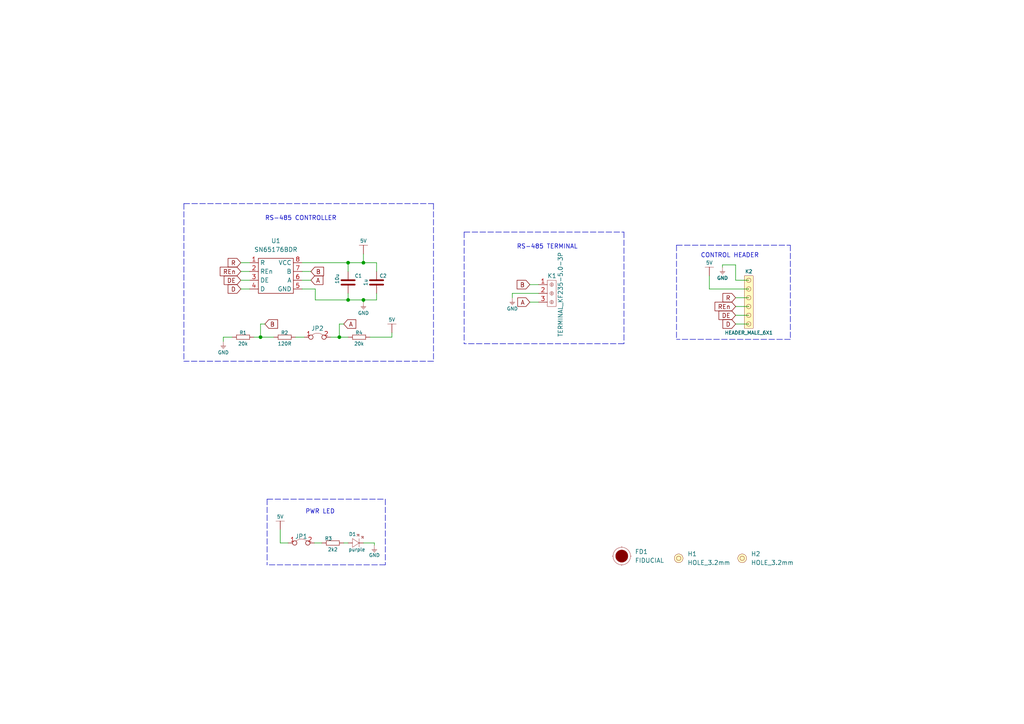
<source format=kicad_sch>
(kicad_sch (version 20211123) (generator eeschema)

  (uuid e3605678-b9d3-4e95-8d2b-456e9fa38f70)

  (paper "A4")

  (title_block
    (title "RS-485 breakout")
    (date "2021-07-28")
    (rev "V1.0.0.")
    (company "SOLDERED")
    (comment 1 "333068")
  )

  (lib_symbols
    (symbol "e-radionica.com schematics:0402LED" (pin_numbers hide) (pin_names (offset 0.254) hide) (in_bom yes) (on_board yes)
      (property "Reference" "D" (id 0) (at -0.635 2.54 0)
        (effects (font (size 1 1)))
      )
      (property "Value" "0402LED" (id 1) (at 0 -2.54 0)
        (effects (font (size 1 1)))
      )
      (property "Footprint" "e-radionica.com footprinti:0402LED" (id 2) (at 0 5.08 0)
        (effects (font (size 1 1)) hide)
      )
      (property "Datasheet" "" (id 3) (at 0 0 0)
        (effects (font (size 1 1)) hide)
      )
      (symbol "0402LED_0_1"
        (polyline
          (pts
            (xy -0.635 1.27)
            (xy 1.27 0)
          )
          (stroke (width 0.0006) (type default) (color 0 0 0 0))
          (fill (type none))
        )
        (polyline
          (pts
            (xy 0.635 1.905)
            (xy 1.27 2.54)
          )
          (stroke (width 0.0006) (type default) (color 0 0 0 0))
          (fill (type none))
        )
        (polyline
          (pts
            (xy 1.27 1.27)
            (xy 1.27 -1.27)
          )
          (stroke (width 0.0006) (type default) (color 0 0 0 0))
          (fill (type none))
        )
        (polyline
          (pts
            (xy 1.905 1.27)
            (xy 2.54 1.905)
          )
          (stroke (width 0.0006) (type default) (color 0 0 0 0))
          (fill (type none))
        )
        (polyline
          (pts
            (xy -0.635 1.27)
            (xy -0.635 -1.27)
            (xy 1.27 0)
          )
          (stroke (width 0.0006) (type default) (color 0 0 0 0))
          (fill (type none))
        )
        (polyline
          (pts
            (xy 1.27 2.54)
            (xy 0.635 2.54)
            (xy 1.27 1.905)
            (xy 1.27 2.54)
          )
          (stroke (width 0.0006) (type default) (color 0 0 0 0))
          (fill (type none))
        )
        (polyline
          (pts
            (xy 2.54 1.905)
            (xy 1.905 1.905)
            (xy 2.54 1.27)
            (xy 2.54 1.905)
          )
          (stroke (width 0.0006) (type default) (color 0 0 0 0))
          (fill (type none))
        )
      )
      (symbol "0402LED_1_1"
        (pin passive line (at -1.905 0 0) (length 1.27)
          (name "A" (effects (font (size 1.27 1.27))))
          (number "1" (effects (font (size 1.27 1.27))))
        )
        (pin passive line (at 2.54 0 180) (length 1.27)
          (name "K" (effects (font (size 1.27 1.27))))
          (number "2" (effects (font (size 1.27 1.27))))
        )
      )
    )
    (symbol "e-radionica.com schematics:0402R" (pin_numbers hide) (pin_names (offset 0.254)) (in_bom yes) (on_board yes)
      (property "Reference" "R" (id 0) (at -1.905 1.27 0)
        (effects (font (size 1 1)))
      )
      (property "Value" "0402R" (id 1) (at 0 -1.27 0)
        (effects (font (size 1 1)))
      )
      (property "Footprint" "e-radionica.com footprinti:0402R" (id 2) (at -2.54 1.905 0)
        (effects (font (size 1 1)) hide)
      )
      (property "Datasheet" "" (id 3) (at -2.54 1.905 0)
        (effects (font (size 1 1)) hide)
      )
      (symbol "0402R_0_1"
        (rectangle (start -1.905 -0.635) (end 1.905 -0.6604)
          (stroke (width 0.1) (type default) (color 0 0 0 0))
          (fill (type none))
        )
        (rectangle (start -1.905 0.635) (end -1.8796 -0.635)
          (stroke (width 0.1) (type default) (color 0 0 0 0))
          (fill (type none))
        )
        (rectangle (start -1.905 0.635) (end 1.905 0.6096)
          (stroke (width 0.1) (type default) (color 0 0 0 0))
          (fill (type none))
        )
        (rectangle (start 1.905 0.635) (end 1.9304 -0.635)
          (stroke (width 0.1) (type default) (color 0 0 0 0))
          (fill (type none))
        )
      )
      (symbol "0402R_1_1"
        (pin passive line (at -3.175 0 0) (length 1.27)
          (name "~" (effects (font (size 1.27 1.27))))
          (number "1" (effects (font (size 1.27 1.27))))
        )
        (pin passive line (at 3.175 0 180) (length 1.27)
          (name "~" (effects (font (size 1.27 1.27))))
          (number "2" (effects (font (size 1.27 1.27))))
        )
      )
    )
    (symbol "e-radionica.com schematics:0603C" (pin_numbers hide) (pin_names (offset 0.002)) (in_bom yes) (on_board yes)
      (property "Reference" "C" (id 0) (at -0.635 3.175 0)
        (effects (font (size 1 1)))
      )
      (property "Value" "0603C" (id 1) (at 0 -3.175 0)
        (effects (font (size 1 1)))
      )
      (property "Footprint" "e-radionica.com footprinti:0603C" (id 2) (at 0 0 0)
        (effects (font (size 1 1)) hide)
      )
      (property "Datasheet" "" (id 3) (at 0 0 0)
        (effects (font (size 1 1)) hide)
      )
      (symbol "0603C_0_1"
        (polyline
          (pts
            (xy -0.635 1.905)
            (xy -0.635 -1.905)
          )
          (stroke (width 0.5) (type default) (color 0 0 0 0))
          (fill (type none))
        )
        (polyline
          (pts
            (xy 0.635 1.905)
            (xy 0.635 -1.905)
          )
          (stroke (width 0.5) (type default) (color 0 0 0 0))
          (fill (type none))
        )
      )
      (symbol "0603C_1_1"
        (pin passive line (at -3.175 0 0) (length 2.54)
          (name "~" (effects (font (size 1.27 1.27))))
          (number "1" (effects (font (size 1.27 1.27))))
        )
        (pin passive line (at 3.175 0 180) (length 2.54)
          (name "~" (effects (font (size 1.27 1.27))))
          (number "2" (effects (font (size 1.27 1.27))))
        )
      )
    )
    (symbol "e-radionica.com schematics:0603R" (pin_numbers hide) (pin_names (offset 0.254)) (in_bom yes) (on_board yes)
      (property "Reference" "R" (id 0) (at -1.905 1.905 0)
        (effects (font (size 1 1)))
      )
      (property "Value" "0603R" (id 1) (at 0 -1.905 0)
        (effects (font (size 1 1)))
      )
      (property "Footprint" "e-radionica.com footprinti:0603R" (id 2) (at -0.635 1.905 0)
        (effects (font (size 1 1)) hide)
      )
      (property "Datasheet" "" (id 3) (at -0.635 1.905 0)
        (effects (font (size 1 1)) hide)
      )
      (symbol "0603R_0_1"
        (rectangle (start -1.905 -0.635) (end 1.905 -0.6604)
          (stroke (width 0.1) (type default) (color 0 0 0 0))
          (fill (type none))
        )
        (rectangle (start -1.905 0.635) (end -1.8796 -0.635)
          (stroke (width 0.1) (type default) (color 0 0 0 0))
          (fill (type none))
        )
        (rectangle (start -1.905 0.635) (end 1.905 0.6096)
          (stroke (width 0.1) (type default) (color 0 0 0 0))
          (fill (type none))
        )
        (rectangle (start 1.905 0.635) (end 1.9304 -0.635)
          (stroke (width 0.1) (type default) (color 0 0 0 0))
          (fill (type none))
        )
      )
      (symbol "0603R_1_1"
        (pin passive line (at -3.175 0 0) (length 1.27)
          (name "~" (effects (font (size 1.27 1.27))))
          (number "1" (effects (font (size 1.27 1.27))))
        )
        (pin passive line (at 3.175 0 180) (length 1.27)
          (name "~" (effects (font (size 1.27 1.27))))
          (number "2" (effects (font (size 1.27 1.27))))
        )
      )
    )
    (symbol "e-radionica.com schematics:1206C" (pin_numbers hide) (in_bom yes) (on_board yes)
      (property "Reference" "C" (id 0) (at -0.635 3.175 0)
        (effects (font (size 1 1)))
      )
      (property "Value" "1206C" (id 1) (at 0 -3.175 0)
        (effects (font (size 1 1)))
      )
      (property "Footprint" "e-radionica.com footprinti:1206C" (id 2) (at 0 0 0)
        (effects (font (size 1 1)) hide)
      )
      (property "Datasheet" "" (id 3) (at 0 0 0)
        (effects (font (size 1 1)) hide)
      )
      (symbol "1206C_0_1"
        (polyline
          (pts
            (xy -0.635 1.905)
            (xy -0.635 -1.905)
          )
          (stroke (width 0.5) (type default) (color 0 0 0 0))
          (fill (type none))
        )
        (polyline
          (pts
            (xy 0.635 1.905)
            (xy 0.635 -1.905)
          )
          (stroke (width 0.5) (type default) (color 0 0 0 0))
          (fill (type none))
        )
      )
      (symbol "1206C_1_1"
        (pin passive line (at -3.175 0 0) (length 2.54)
          (name "~" (effects (font (size 1.27 1.27))))
          (number "1" (effects (font (size 1.27 1.27))))
        )
        (pin passive line (at 3.175 0 180) (length 2.54)
          (name "~" (effects (font (size 1.27 1.27))))
          (number "2" (effects (font (size 1.27 1.27))))
        )
      )
    )
    (symbol "e-radionica.com schematics:5V" (power) (pin_names (offset 0)) (in_bom yes) (on_board yes)
      (property "Reference" "#PWR" (id 0) (at 4.445 0 0)
        (effects (font (size 1 1)) hide)
      )
      (property "Value" "5V" (id 1) (at 0 3.556 0)
        (effects (font (size 1 1)))
      )
      (property "Footprint" "" (id 2) (at 4.445 3.81 0)
        (effects (font (size 1 1)) hide)
      )
      (property "Datasheet" "" (id 3) (at 4.445 3.81 0)
        (effects (font (size 1 1)) hide)
      )
      (property "ki_keywords" "power-flag" (id 4) (at 0 0 0)
        (effects (font (size 1.27 1.27)) hide)
      )
      (property "ki_description" "Power symbol creates a global label with name \"5V\"" (id 5) (at 0 0 0)
        (effects (font (size 1.27 1.27)) hide)
      )
      (symbol "5V_0_1"
        (polyline
          (pts
            (xy -1.27 2.54)
            (xy 1.27 2.54)
          )
          (stroke (width 0.0006) (type default) (color 0 0 0 0))
          (fill (type none))
        )
        (polyline
          (pts
            (xy 0 0)
            (xy 0 2.54)
          )
          (stroke (width 0) (type default) (color 0 0 0 0))
          (fill (type none))
        )
      )
      (symbol "5V_1_1"
        (pin power_in line (at 0 0 90) (length 0) hide
          (name "5V" (effects (font (size 1.27 1.27))))
          (number "1" (effects (font (size 1.27 1.27))))
        )
      )
    )
    (symbol "e-radionica.com schematics:FIDUCIAL" (in_bom no) (on_board yes)
      (property "Reference" "FD" (id 0) (at 0 3.81 0)
        (effects (font (size 1.27 1.27)))
      )
      (property "Value" "FIDUCIAL" (id 1) (at 0 -3.81 0)
        (effects (font (size 1.27 1.27)))
      )
      (property "Footprint" "e-radionica.com footprinti:FIDUCIAL_23" (id 2) (at 0.254 -5.334 0)
        (effects (font (size 1.27 1.27)) hide)
      )
      (property "Datasheet" "" (id 3) (at 0 0 0)
        (effects (font (size 1.27 1.27)) hide)
      )
      (symbol "FIDUCIAL_0_1"
        (polyline
          (pts
            (xy -2.54 0)
            (xy -2.794 0)
          )
          (stroke (width 0.0006) (type default) (color 0 0 0 0))
          (fill (type none))
        )
        (polyline
          (pts
            (xy 0 -2.54)
            (xy 0 -2.794)
          )
          (stroke (width 0.0006) (type default) (color 0 0 0 0))
          (fill (type none))
        )
        (polyline
          (pts
            (xy 0 2.54)
            (xy 0 2.794)
          )
          (stroke (width 0.0006) (type default) (color 0 0 0 0))
          (fill (type none))
        )
        (polyline
          (pts
            (xy 2.54 0)
            (xy 2.794 0)
          )
          (stroke (width 0.0006) (type default) (color 0 0 0 0))
          (fill (type none))
        )
        (circle (center 0 0) (radius 1.7961)
          (stroke (width 0.001) (type default) (color 0 0 0 0))
          (fill (type outline))
        )
        (circle (center 0 0) (radius 2.54)
          (stroke (width 0.0006) (type default) (color 0 0 0 0))
          (fill (type none))
        )
      )
    )
    (symbol "e-radionica.com schematics:GND" (power) (pin_names (offset 0)) (in_bom yes) (on_board yes)
      (property "Reference" "#PWR" (id 0) (at 4.445 0 0)
        (effects (font (size 1 1)) hide)
      )
      (property "Value" "GND" (id 1) (at 0 -2.921 0)
        (effects (font (size 1 1)))
      )
      (property "Footprint" "" (id 2) (at 4.445 3.81 0)
        (effects (font (size 1 1)) hide)
      )
      (property "Datasheet" "" (id 3) (at 4.445 3.81 0)
        (effects (font (size 1 1)) hide)
      )
      (property "ki_keywords" "power-flag" (id 4) (at 0 0 0)
        (effects (font (size 1.27 1.27)) hide)
      )
      (property "ki_description" "Power symbol creates a global label with name \"GND\"" (id 5) (at 0 0 0)
        (effects (font (size 1.27 1.27)) hide)
      )
      (symbol "GND_0_1"
        (polyline
          (pts
            (xy -0.762 -1.27)
            (xy 0.762 -1.27)
          )
          (stroke (width 0.0006) (type default) (color 0 0 0 0))
          (fill (type none))
        )
        (polyline
          (pts
            (xy -0.635 -1.524)
            (xy 0.635 -1.524)
          )
          (stroke (width 0.0006) (type default) (color 0 0 0 0))
          (fill (type none))
        )
        (polyline
          (pts
            (xy -0.381 -1.778)
            (xy 0.381 -1.778)
          )
          (stroke (width 0.0006) (type default) (color 0 0 0 0))
          (fill (type none))
        )
        (polyline
          (pts
            (xy -0.127 -2.032)
            (xy 0.127 -2.032)
          )
          (stroke (width 0.0006) (type default) (color 0 0 0 0))
          (fill (type none))
        )
        (polyline
          (pts
            (xy 0 0)
            (xy 0 -1.27)
          )
          (stroke (width 0.0006) (type default) (color 0 0 0 0))
          (fill (type none))
        )
      )
      (symbol "GND_1_1"
        (pin power_in line (at 0 0 270) (length 0) hide
          (name "GND" (effects (font (size 1.27 1.27))))
          (number "1" (effects (font (size 1.27 1.27))))
        )
      )
    )
    (symbol "e-radionica.com schematics:GND_3" (power) (pin_names (offset 0)) (in_bom yes) (on_board yes)
      (property "Reference" "#PWR" (id 0) (at 4.445 0 0)
        (effects (font (size 1 1)) hide)
      )
      (property "Value" "GND" (id 1) (at 0 -2.921 0)
        (effects (font (size 1 1)))
      )
      (property "Footprint" "" (id 2) (at 4.445 3.81 0)
        (effects (font (size 1 1)) hide)
      )
      (property "Datasheet" "" (id 3) (at 4.445 3.81 0)
        (effects (font (size 1 1)) hide)
      )
      (property "ki_keywords" "power-flag" (id 4) (at 0 0 0)
        (effects (font (size 1.27 1.27)) hide)
      )
      (property "ki_description" "Power symbol creates a global label with name \"+3V3\"" (id 5) (at 0 0 0)
        (effects (font (size 1.27 1.27)) hide)
      )
      (symbol "GND_3_0_1"
        (polyline
          (pts
            (xy -0.762 -1.27)
            (xy 0.762 -1.27)
          )
          (stroke (width 0.0006) (type default) (color 0 0 0 0))
          (fill (type none))
        )
        (polyline
          (pts
            (xy -0.635 -1.524)
            (xy 0.635 -1.524)
          )
          (stroke (width 0.0006) (type default) (color 0 0 0 0))
          (fill (type none))
        )
        (polyline
          (pts
            (xy -0.381 -1.778)
            (xy 0.381 -1.778)
          )
          (stroke (width 0.0006) (type default) (color 0 0 0 0))
          (fill (type none))
        )
        (polyline
          (pts
            (xy -0.127 -2.032)
            (xy 0.127 -2.032)
          )
          (stroke (width 0.0006) (type default) (color 0 0 0 0))
          (fill (type none))
        )
        (polyline
          (pts
            (xy 0 0)
            (xy 0 -1.27)
          )
          (stroke (width 0.0006) (type default) (color 0 0 0 0))
          (fill (type none))
        )
      )
      (symbol "GND_3_1_1"
        (pin power_in line (at 0 0 270) (length 0) hide
          (name "GND" (effects (font (size 1.27 1.27))))
          (number "1" (effects (font (size 1.27 1.27))))
        )
      )
    )
    (symbol "e-radionica.com schematics:HEADER_MALE_6X1" (pin_numbers hide) (pin_names hide) (in_bom yes) (on_board yes)
      (property "Reference" "K" (id 0) (at -0.635 10.16 0)
        (effects (font (size 1 1)))
      )
      (property "Value" "HEADER_MALE_6X1" (id 1) (at 1.27 -7.62 0)
        (effects (font (size 1 1)))
      )
      (property "Footprint" "e-radionica.com footprinti:HEADER_MALE_6X1" (id 2) (at 0 0 0)
        (effects (font (size 1 1)) hide)
      )
      (property "Datasheet" "" (id 3) (at 0 0 0)
        (effects (font (size 1 1)) hide)
      )
      (symbol "HEADER_MALE_6X1_0_1"
        (circle (center 0 -5.08) (radius 0.635)
          (stroke (width 0.0006) (type default) (color 0 0 0 0))
          (fill (type none))
        )
        (circle (center 0 -2.54) (radius 0.635)
          (stroke (width 0.0006) (type default) (color 0 0 0 0))
          (fill (type none))
        )
        (circle (center 0 0) (radius 0.635)
          (stroke (width 0.0006) (type default) (color 0 0 0 0))
          (fill (type none))
        )
        (circle (center 0 2.54) (radius 0.635)
          (stroke (width 0.0006) (type default) (color 0 0 0 0))
          (fill (type none))
        )
        (circle (center 0 5.08) (radius 0.635)
          (stroke (width 0.0006) (type default) (color 0 0 0 0))
          (fill (type none))
        )
        (circle (center 0 7.62) (radius 0.635)
          (stroke (width 0.0006) (type default) (color 0 0 0 0))
          (fill (type none))
        )
        (rectangle (start 1.27 -6.35) (end -1.27 8.89)
          (stroke (width 0.001) (type default) (color 0 0 0 0))
          (fill (type background))
        )
      )
      (symbol "HEADER_MALE_6X1_1_1"
        (pin passive line (at 0 -5.08 180) (length 0)
          (name "~" (effects (font (size 0.991 0.991))))
          (number "1" (effects (font (size 0.991 0.991))))
        )
        (pin passive line (at 0 -2.54 180) (length 0)
          (name "~" (effects (font (size 0.991 0.991))))
          (number "2" (effects (font (size 0.991 0.991))))
        )
        (pin passive line (at 0 0 180) (length 0)
          (name "~" (effects (font (size 0.991 0.991))))
          (number "3" (effects (font (size 0.991 0.991))))
        )
        (pin passive line (at 0 2.54 180) (length 0)
          (name "~" (effects (font (size 0.991 0.991))))
          (number "4" (effects (font (size 0.991 0.991))))
        )
        (pin passive line (at 0 5.08 180) (length 0)
          (name "~" (effects (font (size 0.991 0.991))))
          (number "5" (effects (font (size 0.991 0.991))))
        )
        (pin passive line (at 0 7.62 180) (length 0)
          (name "~" (effects (font (size 0.991 0.991))))
          (number "6" (effects (font (size 0.991 0.991))))
        )
      )
    )
    (symbol "e-radionica.com schematics:HOLE_3.2mm" (pin_numbers hide) (pin_names hide) (in_bom yes) (on_board yes)
      (property "Reference" "H" (id 0) (at 0 2.54 0)
        (effects (font (size 1.27 1.27)))
      )
      (property "Value" "HOLE_3.2mm" (id 1) (at 0 -2.54 0)
        (effects (font (size 1.27 1.27)))
      )
      (property "Footprint" "e-radionica.com footprinti:HOLE_3.2mm" (id 2) (at 0 0 0)
        (effects (font (size 1.27 1.27)) hide)
      )
      (property "Datasheet" "" (id 3) (at 0 0 0)
        (effects (font (size 1.27 1.27)) hide)
      )
      (symbol "HOLE_3.2mm_0_1"
        (circle (center 0 0) (radius 0.635)
          (stroke (width 0.0006) (type default) (color 0 0 0 0))
          (fill (type none))
        )
        (circle (center 0 0) (radius 1.27)
          (stroke (width 0.001) (type default) (color 0 0 0 0))
          (fill (type background))
        )
      )
    )
    (symbol "e-radionica.com schematics:SMD-JUMPER-CONNECTED" (in_bom yes) (on_board yes)
      (property "Reference" "JP" (id 0) (at 0 3.556 0)
        (effects (font (size 1.27 1.27)))
      )
      (property "Value" "SMD-JUMPER-CONNECTED" (id 1) (at 0 -2.54 0)
        (effects (font (size 1.27 1.27)))
      )
      (property "Footprint" "e-radionica.com footprinti:SMD_JUMPER_CONNECTED" (id 2) (at 0 0 0)
        (effects (font (size 1.27 1.27)) hide)
      )
      (property "Datasheet" "" (id 3) (at 0 0 0)
        (effects (font (size 1.27 1.27)) hide)
      )
      (symbol "SMD-JUMPER-CONNECTED_0_1"
        (arc (start 1.5845 0.5996) (mid -0.0202 1.1519) (end -1.6159 0.5742)
          (stroke (width 0.0006) (type default) (color 0 0 0 0))
          (fill (type none))
        )
      )
      (symbol "SMD-JUMPER-CONNECTED_1_1"
        (pin passive inverted (at -3.81 0 0) (length 2.54)
          (name "" (effects (font (size 1.27 1.27))))
          (number "1" (effects (font (size 1.27 1.27))))
        )
        (pin passive inverted (at 3.81 0 180) (length 2.54)
          (name "" (effects (font (size 1.27 1.27))))
          (number "2" (effects (font (size 1.27 1.27))))
        )
      )
    )
    (symbol "e-radionica.com schematics:SMD-JUMPER-CONNECTED_TRACE_SLODERMASK" (in_bom yes) (on_board yes)
      (property "Reference" "JP" (id 0) (at 0 3.556 0)
        (effects (font (size 1.27 1.27)))
      )
      (property "Value" "SMD-JUMPER-CONNECTED_TRACE_SLODERMASK" (id 1) (at 0 -2.54 0)
        (effects (font (size 1.27 1.27)))
      )
      (property "Footprint" "e-radionica.com footprinti:SMD-JUMPER-CONNECTED_TRACE_SLODERMASK" (id 2) (at 0 -5.715 0)
        (effects (font (size 1.27 1.27)) hide)
      )
      (property "Datasheet" "" (id 3) (at 0 0 0)
        (effects (font (size 1.27 1.27)) hide)
      )
      (symbol "SMD-JUMPER-CONNECTED_TRACE_SLODERMASK_0_1"
        (arc (start 1.397 0.5842) (mid -0.2077 1.1365) (end -1.8034 0.5588)
          (stroke (width 0.0006) (type default) (color 0 0 0 0))
          (fill (type none))
        )
      )
      (symbol "SMD-JUMPER-CONNECTED_TRACE_SLODERMASK_1_1"
        (pin passive inverted (at -4.064 0 0) (length 2.54)
          (name "" (effects (font (size 1.27 1.27))))
          (number "1" (effects (font (size 1.27 1.27))))
        )
        (pin passive inverted (at 3.556 0 180) (length 2.54)
          (name "" (effects (font (size 1.27 1.27))))
          (number "2" (effects (font (size 1.27 1.27))))
        )
      )
    )
    (symbol "e-radionica.com schematics:SN65176BDR" (in_bom yes) (on_board yes)
      (property "Reference" "U" (id 0) (at 0 6.35 0)
        (effects (font (size 1.27 1.27)))
      )
      (property "Value" "SN65176BDR" (id 1) (at 0 -6.35 0)
        (effects (font (size 1.27 1.27)))
      )
      (property "Footprint" "e-radionica.com footprinti:SOIC-8-SWB" (id 2) (at 1.27 -8.89 0)
        (effects (font (size 1.27 1.27)) hide)
      )
      (property "Datasheet" "" (id 3) (at 0 0 0)
        (effects (font (size 1.27 1.27)) hide)
      )
      (symbol "SN65176BDR_0_1"
        (rectangle (start -5.08 5.08) (end 5.08 -5.08)
          (stroke (width 0.1524) (type default) (color 0 0 0 0))
          (fill (type none))
        )
      )
      (symbol "SN65176BDR_1_1"
        (pin output line (at -7.62 3.81 0) (length 2.54)
          (name "R" (effects (font (size 1.27 1.27))))
          (number "1" (effects (font (size 1.27 1.27))))
        )
        (pin input line (at -7.62 1.27 0) (length 2.54)
          (name "REn" (effects (font (size 1.27 1.27))))
          (number "2" (effects (font (size 1.27 1.27))))
        )
        (pin input line (at -7.62 -1.27 0) (length 2.54)
          (name "DE" (effects (font (size 1.27 1.27))))
          (number "3" (effects (font (size 1.27 1.27))))
        )
        (pin input line (at -7.62 -3.81 0) (length 2.54)
          (name "D" (effects (font (size 1.27 1.27))))
          (number "4" (effects (font (size 1.27 1.27))))
        )
        (pin power_out line (at 7.62 -3.81 180) (length 2.54)
          (name "GND" (effects (font (size 1.27 1.27))))
          (number "5" (effects (font (size 1.27 1.27))))
        )
        (pin bidirectional line (at 7.62 -1.27 180) (length 2.54)
          (name "A" (effects (font (size 1.27 1.27))))
          (number "6" (effects (font (size 1.27 1.27))))
        )
        (pin bidirectional line (at 7.62 1.27 180) (length 2.54)
          (name "B" (effects (font (size 1.27 1.27))))
          (number "7" (effects (font (size 1.27 1.27))))
        )
        (pin power_in line (at 7.62 3.81 180) (length 2.54)
          (name "VCC" (effects (font (size 1.27 1.27))))
          (number "8" (effects (font (size 1.27 1.27))))
        )
      )
    )
    (symbol "e-radionica.com schematics:TERMINAL_KF235-5.0-3P" (in_bom yes) (on_board yes)
      (property "Reference" "K" (id 0) (at 0 5.08 0)
        (effects (font (size 1.27 1.27)))
      )
      (property "Value" "TERMINAL_KF235-5.0-3P" (id 1) (at 0 -5.08 0)
        (effects (font (size 1.27 1.27)))
      )
      (property "Footprint" "e-radionica.com footprinti:TERMINAL_KF235-5.0-3P" (id 2) (at 0 -7.62 0)
        (effects (font (size 1.27 1.27)) hide)
      )
      (property "Datasheet" "" (id 3) (at 0 0 0)
        (effects (font (size 1.27 1.27)) hide)
      )
      (symbol "TERMINAL_KF235-5.0-3P_0_1"
        (rectangle (start -1.27 3.81) (end 1.27 -3.81)
          (stroke (width 0.0006) (type default) (color 0 0 0 0))
          (fill (type none))
        )
        (circle (center 0 -2.54) (radius 0.508)
          (stroke (width 0.0006) (type default) (color 0 0 0 0))
          (fill (type none))
        )
        (polyline
          (pts
            (xy -0.254 -2.54)
            (xy 0.254 -2.54)
          )
          (stroke (width 0.0006) (type default) (color 0 0 0 0))
          (fill (type none))
        )
        (polyline
          (pts
            (xy -0.254 0)
            (xy 0.254 0)
          )
          (stroke (width 0.0006) (type default) (color 0 0 0 0))
          (fill (type none))
        )
        (polyline
          (pts
            (xy -0.254 2.54)
            (xy 0.254 2.54)
          )
          (stroke (width 0.0006) (type default) (color 0 0 0 0))
          (fill (type none))
        )
        (polyline
          (pts
            (xy 0 -2.032)
            (xy 0 -3.048)
          )
          (stroke (width 0.0006) (type default) (color 0 0 0 0))
          (fill (type none))
        )
        (polyline
          (pts
            (xy 0 0.508)
            (xy 0 -0.508)
          )
          (stroke (width 0.0006) (type default) (color 0 0 0 0))
          (fill (type none))
        )
        (polyline
          (pts
            (xy 0 3.048)
            (xy 0 2.032)
          )
          (stroke (width 0.0006) (type default) (color 0 0 0 0))
          (fill (type none))
        )
        (circle (center 0 0) (radius 0.508)
          (stroke (width 0.0006) (type default) (color 0 0 0 0))
          (fill (type none))
        )
        (circle (center 0 2.54) (radius 0.508)
          (stroke (width 0.0006) (type default) (color 0 0 0 0))
          (fill (type none))
        )
      )
      (symbol "TERMINAL_KF235-5.0-3P_1_1"
        (pin input line (at -3.81 2.54 0) (length 2.54)
          (name "~" (effects (font (size 1.27 1.27))))
          (number "1" (effects (font (size 1.27 1.27))))
        )
        (pin input line (at -3.81 0 0) (length 2.54)
          (name "~" (effects (font (size 1.27 1.27))))
          (number "2" (effects (font (size 1.27 1.27))))
        )
        (pin input line (at -3.81 -2.54 0) (length 2.54)
          (name "~" (effects (font (size 1.27 1.27))))
          (number "3" (effects (font (size 1.27 1.27))))
        )
      )
    )
  )

  (junction (at 105.41 76.2) (diameter 0.9144) (color 0 0 0 0)
    (uuid 182b2d54-931d-49d6-9f39-60a752623e36)
  )
  (junction (at 105.41 86.995) (diameter 0.9144) (color 0 0 0 0)
    (uuid 5114c7bf-b955-49f3-a0a8-4b954c81bde0)
  )
  (junction (at 100.965 76.2) (diameter 0.9144) (color 0 0 0 0)
    (uuid a17904b9-135e-4dae-ae20-401c7787de72)
  )
  (junction (at 98.425 97.79) (diameter 0.9144) (color 0 0 0 0)
    (uuid cdfb07af-801b-44ba-8c30-d021a6ad3039)
  )
  (junction (at 75.565 97.79) (diameter 0.9144) (color 0 0 0 0)
    (uuid e6b860cc-cb76-4220-acfb-68f1eb348bfa)
  )
  (junction (at 100.965 86.995) (diameter 0.9144) (color 0 0 0 0)
    (uuid f202141e-c20d-4cac-b016-06a44f2ecce8)
  )

  (wire (pts (xy 148.59 85.09) (xy 148.59 86.36))
    (stroke (width 0) (type solid) (color 0 0 0 0))
    (uuid 03874d88-3ca6-46bb-99fa-f53de765b209)
  )
  (wire (pts (xy 156.21 85.09) (xy 148.59 85.09))
    (stroke (width 0) (type solid) (color 0 0 0 0))
    (uuid 03874d88-3ca6-46bb-99fa-f53de765b20a)
  )
  (wire (pts (xy 83.566 157.48) (xy 81.28 157.48))
    (stroke (width 0) (type solid) (color 0 0 0 0))
    (uuid 0d58fe05-9f52-4cfc-a999-f8a40c56e56c)
  )
  (wire (pts (xy 87.63 78.74) (xy 90.17 78.74))
    (stroke (width 0) (type solid) (color 0 0 0 0))
    (uuid 0ee5d110-481a-43a1-81a8-abcefe0a7cd6)
  )
  (wire (pts (xy 217.17 83.82) (xy 205.74 83.82))
    (stroke (width 0) (type solid) (color 0 0 0 0))
    (uuid 116c9d23-ce0a-4de7-aba2-f616b5c4a258)
  )
  (wire (pts (xy 209.55 77.47) (xy 209.55 76.835))
    (stroke (width 0) (type solid) (color 0 0 0 0))
    (uuid 122a6f96-ffc3-4e19-b85a-cdde284c4b12)
  )
  (wire (pts (xy 87.63 83.82) (xy 91.44 83.82))
    (stroke (width 0) (type solid) (color 0 0 0 0))
    (uuid 17b84e93-b17b-4bd8-9aa6-bc3b134b9456)
  )
  (wire (pts (xy 91.44 83.82) (xy 91.44 86.995))
    (stroke (width 0) (type solid) (color 0 0 0 0))
    (uuid 17b84e93-b17b-4bd8-9aa6-bc3b134b9457)
  )
  (wire (pts (xy 91.44 86.995) (xy 100.965 86.995))
    (stroke (width 0) (type solid) (color 0 0 0 0))
    (uuid 17b84e93-b17b-4bd8-9aa6-bc3b134b9458)
  )
  (polyline (pts (xy 125.73 59.055) (xy 125.73 104.775))
    (stroke (width 0) (type dash) (color 0 0 0 0))
    (uuid 209aa87f-5cc9-4543-9b93-9039bcbd03fd)
  )

  (wire (pts (xy 213.36 88.9) (xy 217.17 88.9))
    (stroke (width 0) (type solid) (color 0 0 0 0))
    (uuid 27017647-5059-45c4-ac98-8f9963255271)
  )
  (wire (pts (xy 153.67 87.63) (xy 156.21 87.63))
    (stroke (width 0) (type solid) (color 0 0 0 0))
    (uuid 29f62b24-0c52-46ff-9bb6-283214c575b4)
  )
  (wire (pts (xy 69.85 83.82) (xy 72.39 83.82))
    (stroke (width 0) (type solid) (color 0 0 0 0))
    (uuid 2abd1a73-0c50-44eb-aa1b-c20afb0d508e)
  )
  (wire (pts (xy 69.85 76.2) (xy 72.39 76.2))
    (stroke (width 0) (type solid) (color 0 0 0 0))
    (uuid 314a0fca-da90-4dc4-ab7c-c0e97f632ba5)
  )
  (polyline (pts (xy 111.76 144.78) (xy 111.76 163.83))
    (stroke (width 0) (type dash) (color 0 0 0 0))
    (uuid 34efc4d2-41d5-4483-a8f8-95c46fb9b5ab)
  )
  (polyline (pts (xy 134.62 67.31) (xy 134.62 99.695))
    (stroke (width 0) (type dash) (color 0 0 0 0))
    (uuid 376c9978-2d87-4833-8139-4b1944a0a6b1)
  )

  (wire (pts (xy 69.85 78.74) (xy 72.39 78.74))
    (stroke (width 0) (type solid) (color 0 0 0 0))
    (uuid 48104aa9-773d-4276-bc64-f5cc3a9ff0b6)
  )
  (polyline (pts (xy 180.975 67.31) (xy 180.975 99.695))
    (stroke (width 0) (type dash) (color 0 0 0 0))
    (uuid 4bf40c9b-af2b-4b01-a909-23546eb1548e)
  )

  (wire (pts (xy 85.725 97.79) (xy 88.265 97.79))
    (stroke (width 0) (type solid) (color 0 0 0 0))
    (uuid 4c0f024d-834d-4bd7-bbd0-29f6044a5589)
  )
  (wire (pts (xy 98.425 93.98) (xy 98.425 97.79))
    (stroke (width 0) (type solid) (color 0 0 0 0))
    (uuid 4f90764c-e4e7-4b63-8b8d-bb533088cb18)
  )
  (wire (pts (xy 99.695 93.98) (xy 98.425 93.98))
    (stroke (width 0) (type solid) (color 0 0 0 0))
    (uuid 4f90764c-e4e7-4b63-8b8d-bb533088cb19)
  )
  (wire (pts (xy 109.22 78.74) (xy 109.22 76.2))
    (stroke (width 0) (type solid) (color 0 0 0 0))
    (uuid 52385976-cb5c-4856-b76e-ba408f0e1a79)
  )
  (polyline (pts (xy 134.62 67.31) (xy 180.975 67.31))
    (stroke (width 0) (type dash) (color 0 0 0 0))
    (uuid 558c2230-44c1-46bb-bc6f-1b2ee3e51f10)
  )

  (wire (pts (xy 213.36 81.28) (xy 217.17 81.28))
    (stroke (width 0) (type solid) (color 0 0 0 0))
    (uuid 5b55bf9f-b01f-4bb4-bdba-88471430214d)
  )
  (wire (pts (xy 75.565 93.98) (xy 75.565 97.79))
    (stroke (width 0) (type solid) (color 0 0 0 0))
    (uuid 5d2825ac-b51e-4e5f-b812-ee37cf0f0154)
  )
  (wire (pts (xy 76.835 93.98) (xy 75.565 93.98))
    (stroke (width 0) (type solid) (color 0 0 0 0))
    (uuid 5d2825ac-b51e-4e5f-b812-ee37cf0f0155)
  )
  (polyline (pts (xy 111.76 163.83) (xy 77.47 163.83))
    (stroke (width 0) (type dash) (color 0 0 0 0))
    (uuid 621ce6b4-7160-4f60-801b-9f39e3988515)
  )

  (wire (pts (xy 209.55 76.835) (xy 213.36 76.835))
    (stroke (width 0) (type solid) (color 0 0 0 0))
    (uuid 6502dd90-c6eb-49bc-b055-94d8eea5d4ed)
  )
  (wire (pts (xy 87.63 81.28) (xy 90.17 81.28))
    (stroke (width 0) (type solid) (color 0 0 0 0))
    (uuid 65224b03-5f35-40dd-acf1-709534b26e89)
  )
  (polyline (pts (xy 229.235 71.12) (xy 229.235 98.425))
    (stroke (width 0) (type dash) (color 0 0 0 0))
    (uuid 72ef3f52-a3da-44b5-89c6-753b4b1036c3)
  )
  (polyline (pts (xy 180.975 99.695) (xy 134.62 99.695))
    (stroke (width 0) (type dash) (color 0 0 0 0))
    (uuid 7721d192-4b46-4daa-8528-355531b4e1cd)
  )
  (polyline (pts (xy 77.47 144.78) (xy 111.76 144.78))
    (stroke (width 0) (type dash) (color 0 0 0 0))
    (uuid 7897a252-97e9-4f38-815d-b4c29d0848a5)
  )

  (wire (pts (xy 213.36 93.98) (xy 217.17 93.98))
    (stroke (width 0) (type solid) (color 0 0 0 0))
    (uuid 7907c124-f8c9-4404-a50c-39de4cee7663)
  )
  (wire (pts (xy 91.186 157.48) (xy 93.345 157.48))
    (stroke (width 0) (type solid) (color 0 0 0 0))
    (uuid 83da454e-aae2-4691-9ac3-8a111b62934f)
  )
  (wire (pts (xy 105.41 157.48) (xy 108.585 157.48))
    (stroke (width 0) (type solid) (color 0 0 0 0))
    (uuid 88764109-5ef5-4ead-9429-2bd78946c225)
  )
  (wire (pts (xy 205.74 83.82) (xy 205.74 80.01))
    (stroke (width 0) (type solid) (color 0 0 0 0))
    (uuid 888689fb-8836-4ce2-8dd5-861d5ff87b3a)
  )
  (wire (pts (xy 73.66 97.79) (xy 75.565 97.79))
    (stroke (width 0) (type solid) (color 0 0 0 0))
    (uuid 8e691be9-a912-4408-980a-24118b0c0eb5)
  )
  (polyline (pts (xy 229.235 98.425) (xy 196.215 98.425))
    (stroke (width 0) (type dash) (color 0 0 0 0))
    (uuid 94d9389e-4dfa-45f1-a532-71c1a1aeffc1)
  )

  (wire (pts (xy 100.965 76.2) (xy 100.965 78.74))
    (stroke (width 0) (type solid) (color 0 0 0 0))
    (uuid a179c884-e209-4dd1-9978-2c0880917cb8)
  )
  (polyline (pts (xy 125.73 104.775) (xy 53.34 104.775))
    (stroke (width 0) (type dash) (color 0 0 0 0))
    (uuid a3c1442e-2cf2-4063-923b-a56b2e24f234)
  )

  (wire (pts (xy 64.77 97.79) (xy 64.77 99.06))
    (stroke (width 0) (type solid) (color 0 0 0 0))
    (uuid a527652b-aa7c-4532-bf26-92376c0e1b2c)
  )
  (wire (pts (xy 67.31 97.79) (xy 64.77 97.79))
    (stroke (width 0) (type solid) (color 0 0 0 0))
    (uuid a527652b-aa7c-4532-bf26-92376c0e1b2d)
  )
  (wire (pts (xy 153.67 82.55) (xy 156.21 82.55))
    (stroke (width 0) (type solid) (color 0 0 0 0))
    (uuid a66c937f-4467-4f64-8752-53d8b2da0389)
  )
  (wire (pts (xy 213.36 76.835) (xy 213.36 81.28))
    (stroke (width 0) (type solid) (color 0 0 0 0))
    (uuid afe717f4-ad94-4a42-9ce4-5b0217a865b0)
  )
  (wire (pts (xy 69.85 81.28) (xy 72.39 81.28))
    (stroke (width 0) (type solid) (color 0 0 0 0))
    (uuid be9ac76b-086b-4b0b-a5ea-5a0c0880e575)
  )
  (polyline (pts (xy 196.215 71.12) (xy 196.215 98.425))
    (stroke (width 0) (type dash) (color 0 0 0 0))
    (uuid c0057d09-f34f-4539-b980-9dca93714b77)
  )

  (wire (pts (xy 87.63 76.2) (xy 100.965 76.2))
    (stroke (width 0) (type solid) (color 0 0 0 0))
    (uuid c2031308-60cf-4e6c-a4a8-d58e9eee387e)
  )
  (wire (pts (xy 100.965 76.2) (xy 105.41 76.2))
    (stroke (width 0) (type solid) (color 0 0 0 0))
    (uuid c2031308-60cf-4e6c-a4a8-d58e9eee387f)
  )
  (wire (pts (xy 105.41 76.2) (xy 105.41 73.66))
    (stroke (width 0) (type solid) (color 0 0 0 0))
    (uuid c2031308-60cf-4e6c-a4a8-d58e9eee3880)
  )
  (wire (pts (xy 105.41 76.2) (xy 109.22 76.2))
    (stroke (width 0) (type solid) (color 0 0 0 0))
    (uuid c2031308-60cf-4e6c-a4a8-d58e9eee3881)
  )
  (polyline (pts (xy 53.34 59.055) (xy 125.73 59.055))
    (stroke (width 0) (type dash) (color 0 0 0 0))
    (uuid c72e8ac8-6497-45b2-9859-f701a454e8d0)
  )

  (wire (pts (xy 75.565 97.79) (xy 79.375 97.79))
    (stroke (width 0) (type solid) (color 0 0 0 0))
    (uuid c8104048-83aa-4ad9-aaa5-5381a6350083)
  )
  (wire (pts (xy 95.885 97.79) (xy 98.425 97.79))
    (stroke (width 0) (type solid) (color 0 0 0 0))
    (uuid ca17ec6c-6815-4498-a109-f6cbcc6708d4)
  )
  (wire (pts (xy 98.425 97.79) (xy 100.965 97.79))
    (stroke (width 0) (type solid) (color 0 0 0 0))
    (uuid ca17ec6c-6815-4498-a109-f6cbcc6708d5)
  )
  (wire (pts (xy 108.585 157.48) (xy 108.585 158.115))
    (stroke (width 0) (type solid) (color 0 0 0 0))
    (uuid cf269d41-e906-482f-be58-827a7abd4a0d)
  )
  (wire (pts (xy 81.28 157.48) (xy 81.28 153.67))
    (stroke (width 0) (type solid) (color 0 0 0 0))
    (uuid d4a1626f-2acd-4767-982e-d124e22c0906)
  )
  (wire (pts (xy 99.695 157.48) (xy 100.965 157.48))
    (stroke (width 0) (type solid) (color 0 0 0 0))
    (uuid d4ea5339-f0f3-408d-a59f-9cdfd6c204de)
  )
  (wire (pts (xy 213.36 91.44) (xy 217.17 91.44))
    (stroke (width 0) (type solid) (color 0 0 0 0))
    (uuid d6c7bfad-50ec-4f66-906d-339fcd88255d)
  )
  (polyline (pts (xy 77.47 144.78) (xy 77.47 163.83))
    (stroke (width 0) (type dash) (color 0 0 0 0))
    (uuid d9e0c882-6b13-4055-83d2-f68e8384bfc1)
  )
  (polyline (pts (xy 196.215 71.12) (xy 229.235 71.12))
    (stroke (width 0) (type dash) (color 0 0 0 0))
    (uuid dbe877f0-0ba5-42a4-a3b7-e0b369bc803b)
  )
  (polyline (pts (xy 53.34 59.055) (xy 53.34 104.775))
    (stroke (width 0) (type dash) (color 0 0 0 0))
    (uuid e34b26a7-133f-476c-87c6-0332942afa43)
  )

  (wire (pts (xy 107.315 97.79) (xy 113.665 97.79))
    (stroke (width 0) (type solid) (color 0 0 0 0))
    (uuid e5b480ed-51f4-4f45-90b3-6b4e2e8f1dbe)
  )
  (wire (pts (xy 113.665 97.79) (xy 113.665 96.52))
    (stroke (width 0) (type solid) (color 0 0 0 0))
    (uuid e5b480ed-51f4-4f45-90b3-6b4e2e8f1dbf)
  )
  (wire (pts (xy 100.965 86.995) (xy 100.965 85.09))
    (stroke (width 0) (type solid) (color 0 0 0 0))
    (uuid e7cac471-4aab-4f4e-a1d0-1399e603108d)
  )
  (wire (pts (xy 105.41 86.995) (xy 100.965 86.995))
    (stroke (width 0) (type solid) (color 0 0 0 0))
    (uuid e7cac471-4aab-4f4e-a1d0-1399e603108e)
  )
  (wire (pts (xy 105.41 87.63) (xy 105.41 86.995))
    (stroke (width 0) (type solid) (color 0 0 0 0))
    (uuid e7cac471-4aab-4f4e-a1d0-1399e603108f)
  )
  (wire (pts (xy 213.36 86.36) (xy 217.17 86.36))
    (stroke (width 0) (type solid) (color 0 0 0 0))
    (uuid f0fc583c-b67d-40a8-bc7f-d5237dd32843)
  )
  (wire (pts (xy 109.22 85.09) (xy 109.22 86.995))
    (stroke (width 0) (type solid) (color 0 0 0 0))
    (uuid fe6d983b-a941-4a4c-8b12-51c1fa118b71)
  )
  (wire (pts (xy 109.22 86.995) (xy 105.41 86.995))
    (stroke (width 0) (type solid) (color 0 0 0 0))
    (uuid fe6d983b-a941-4a4c-8b12-51c1fa118b72)
  )

  (text "PWR LED" (at 97.155 149.225 180)
    (effects (font (size 1.27 1.27)) (justify right bottom))
    (uuid 46a22821-9928-4dc9-871b-ba7d4bc7c1d6)
  )
  (text "CONTROL HEADER" (at 203.2 74.93 0)
    (effects (font (size 1.27 1.27)) (justify left bottom))
    (uuid 9fa3828c-6498-4f74-82f6-3eea0b741ff5)
  )
  (text "RS-485 TERMINAL" (at 149.86 72.39 0)
    (effects (font (size 1.27 1.27)) (justify left bottom))
    (uuid a6a1e081-dcb1-4d10-b4f1-97630f4401ae)
  )
  (text "RS-485 CONTROLLER" (at 76.835 64.135 0)
    (effects (font (size 1.27 1.27)) (justify left bottom))
    (uuid b83c3541-97ae-4469-84ff-b695c6fcad84)
  )

  (global_label "A" (shape input) (at 99.695 93.98 0) (fields_autoplaced)
    (effects (font (size 1.27 1.27)) (justify left))
    (uuid 223f036e-492c-411d-b11b-73de5a73cd3a)
    (property "Intersheet References" "${INTERSHEET_REFS}" (id 0) (at 103.1967 93.9006 0)
      (effects (font (size 1.27 1.27)) (justify left) hide)
    )
  )
  (global_label "A" (shape input) (at 90.17 81.28 0) (fields_autoplaced)
    (effects (font (size 1.27 1.27)) (justify left))
    (uuid 2c051d47-ec7f-4b23-9389-26b35bb76b6a)
    (property "Intersheet References" "${INTERSHEET_REFS}" (id 0) (at 93.6717 81.2006 0)
      (effects (font (size 1.27 1.27)) (justify left) hide)
    )
  )
  (global_label "R" (shape input) (at 69.85 76.2 180) (fields_autoplaced)
    (effects (font (size 1.27 1.27)) (justify right))
    (uuid 32131763-7933-45e5-8902-b482e1f7c62e)
    (property "Intersheet References" "${INTERSHEET_REFS}" (id 0) (at 66.1669 76.1206 0)
      (effects (font (size 1.27 1.27)) (justify right) hide)
    )
  )
  (global_label "D" (shape input) (at 69.85 83.82 180) (fields_autoplaced)
    (effects (font (size 1.27 1.27)) (justify right))
    (uuid 32e7394c-b5ee-437a-9886-99fcdcc44343)
    (property "Intersheet References" "${INTERSHEET_REFS}" (id 0) (at 66.1669 83.7406 0)
      (effects (font (size 1.27 1.27)) (justify right) hide)
    )
  )
  (global_label "A" (shape input) (at 153.67 87.63 180) (fields_autoplaced)
    (effects (font (size 1.27 1.27)) (justify right))
    (uuid 51e4734e-2ded-4675-bcfd-199c62d0267e)
    (property "Intersheet References" "${INTERSHEET_REFS}" (id 0) (at 150.1683 87.5506 0)
      (effects (font (size 1.27 1.27)) (justify right) hide)
    )
  )
  (global_label "REn" (shape input) (at 69.85 78.74 180) (fields_autoplaced)
    (effects (font (size 1.27 1.27)) (justify right))
    (uuid 88c81bb6-5fd4-4e5c-b3b4-465a1d4bc1ea)
    (property "Intersheet References" "${INTERSHEET_REFS}" (id 0) (at 63.8688 78.6606 0)
      (effects (font (size 1.27 1.27)) (justify right) hide)
    )
  )
  (global_label "D" (shape input) (at 213.36 93.98 180) (fields_autoplaced)
    (effects (font (size 1.27 1.27)) (justify right))
    (uuid 91dd2f2b-3343-4b7e-8325-b6cb260721ed)
    (property "Intersheet References" "${INTERSHEET_REFS}" (id 0) (at 209.6769 93.9006 0)
      (effects (font (size 1.27 1.27)) (justify right) hide)
    )
  )
  (global_label "DE" (shape input) (at 213.36 91.44 180) (fields_autoplaced)
    (effects (font (size 1.27 1.27)) (justify right))
    (uuid 9a555979-fc0e-42ca-b0bc-15021c01b0b6)
    (property "Intersheet References" "${INTERSHEET_REFS}" (id 0) (at 208.5279 91.3606 0)
      (effects (font (size 1.27 1.27)) (justify right) hide)
    )
  )
  (global_label "B" (shape input) (at 76.835 93.98 0) (fields_autoplaced)
    (effects (font (size 1.27 1.27)) (justify left))
    (uuid a201e6f5-0dce-4c2f-9d3d-025d89a09085)
    (property "Intersheet References" "${INTERSHEET_REFS}" (id 0) (at 80.5181 93.9006 0)
      (effects (font (size 1.27 1.27)) (justify left) hide)
    )
  )
  (global_label "B" (shape input) (at 90.17 78.74 0) (fields_autoplaced)
    (effects (font (size 1.27 1.27)) (justify left))
    (uuid a447a5c9-2f28-4416-9456-d42361684842)
    (property "Intersheet References" "${INTERSHEET_REFS}" (id 0) (at 93.8531 78.6606 0)
      (effects (font (size 1.27 1.27)) (justify left) hide)
    )
  )
  (global_label "R" (shape input) (at 213.36 86.36 180) (fields_autoplaced)
    (effects (font (size 1.27 1.27)) (justify right))
    (uuid aa2e7628-08f1-4484-b921-75db7abe35ee)
    (property "Intersheet References" "${INTERSHEET_REFS}" (id 0) (at 209.6769 86.2806 0)
      (effects (font (size 1.27 1.27)) (justify right) hide)
    )
  )
  (global_label "B" (shape input) (at 153.67 82.55 180) (fields_autoplaced)
    (effects (font (size 1.27 1.27)) (justify right))
    (uuid b232a98e-cdc8-4e9d-a7d4-a7b15322d85d)
    (property "Intersheet References" "${INTERSHEET_REFS}" (id 0) (at 149.9869 82.4706 0)
      (effects (font (size 1.27 1.27)) (justify right) hide)
    )
  )
  (global_label "REn" (shape input) (at 213.36 88.9 180) (fields_autoplaced)
    (effects (font (size 1.27 1.27)) (justify right))
    (uuid b9f20294-83ea-40a3-8a84-72a0221f0cb0)
    (property "Intersheet References" "${INTERSHEET_REFS}" (id 0) (at 207.3788 88.8206 0)
      (effects (font (size 1.27 1.27)) (justify right) hide)
    )
  )
  (global_label "DE" (shape input) (at 69.85 81.28 180) (fields_autoplaced)
    (effects (font (size 1.27 1.27)) (justify right))
    (uuid f28fda5b-ed67-4b7d-ba88-3bd4387add91)
    (property "Intersheet References" "${INTERSHEET_REFS}" (id 0) (at 65.0179 81.2006 0)
      (effects (font (size 1.27 1.27)) (justify right) hide)
    )
  )

  (symbol (lib_id "e-radionica.com schematics:GND") (at 105.41 87.63 0) (unit 1)
    (in_bom yes) (on_board yes)
    (uuid 00b15cd9-959c-4e5d-9e46-bd7c1036f1a5)
    (property "Reference" "#PWR04" (id 0) (at 109.855 87.63 0)
      (effects (font (size 1 1)) hide)
    )
    (property "Value" "GND" (id 1) (at 105.41 90.805 0)
      (effects (font (size 1 1)))
    )
    (property "Footprint" "" (id 2) (at 109.855 83.82 0)
      (effects (font (size 1 1)) hide)
    )
    (property "Datasheet" "" (id 3) (at 109.855 83.82 0)
      (effects (font (size 1 1)) hide)
    )
    (pin "1" (uuid 618ed027-c207-480f-81a8-ca0c16e583b5))
  )

  (symbol (lib_id "e-radionica.com schematics:5V") (at 113.665 96.52 0) (unit 1)
    (in_bom yes) (on_board yes) (fields_autoplaced)
    (uuid 0ba740e3-c238-4b5d-8b32-316e38c9642d)
    (property "Reference" "#PWR06" (id 0) (at 118.11 96.52 0)
      (effects (font (size 1 1)) hide)
    )
    (property "Value" "5V" (id 1) (at 113.665 92.71 0)
      (effects (font (size 1 1)))
    )
    (property "Footprint" "" (id 2) (at 118.11 92.71 0)
      (effects (font (size 1 1)) hide)
    )
    (property "Datasheet" "" (id 3) (at 118.11 92.71 0)
      (effects (font (size 1 1)) hide)
    )
    (pin "1" (uuid 6658bb11-0925-4728-998d-189cb386f271))
  )

  (symbol (lib_id "e-radionica.com schematics:SMD-JUMPER-CONNECTED_TRACE_SLODERMASK") (at 87.63 157.48 0) (unit 1)
    (in_bom yes) (on_board yes)
    (uuid 143a62c9-3919-492b-9bd1-61d6c39d801a)
    (property "Reference" "JP1" (id 0) (at 87.376 155.575 0))
    (property "Value" "SMD-JUMPER-CONNECTED_TRACE_SLODERMASK" (id 1) (at 87.376 159.385 0)
      (effects (font (size 1.27 1.27)) hide)
    )
    (property "Footprint" "e-radionica.com footprinti:SMD-JUMPER-CONNECTED_TRACE_SLODERMASK" (id 2) (at 87.63 163.195 0)
      (effects (font (size 1.27 1.27)) hide)
    )
    (property "Datasheet" "" (id 3) (at 87.63 157.48 0)
      (effects (font (size 1.27 1.27)) hide)
    )
    (pin "1" (uuid 06ebb780-a9ad-48b9-9d08-33ed7bdf060f))
    (pin "2" (uuid c968b48d-8921-40e8-9efc-a3cfd90d2afc))
  )

  (symbol (lib_id "e-radionica.com schematics:HOLE_3.2mm") (at 215.265 161.925 0) (unit 1)
    (in_bom yes) (on_board yes) (fields_autoplaced)
    (uuid 42f3dced-54e8-4e68-beb6-6b9d776b4587)
    (property "Reference" "H2" (id 0) (at 217.805 160.6549 0)
      (effects (font (size 1.27 1.27)) (justify left))
    )
    (property "Value" "HOLE_3.2mm" (id 1) (at 217.805 163.1949 0)
      (effects (font (size 1.27 1.27)) (justify left))
    )
    (property "Footprint" "e-radionica.com footprinti:HOLE_3.2mm" (id 2) (at 215.265 161.925 0)
      (effects (font (size 1.27 1.27)) hide)
    )
    (property "Datasheet" "" (id 3) (at 215.265 161.925 0)
      (effects (font (size 1.27 1.27)) hide)
    )
  )

  (symbol (lib_id "e-radionica.com schematics:0402LED") (at 102.87 157.48 0) (unit 1)
    (in_bom yes) (on_board yes)
    (uuid 5d1f9150-84f7-4327-8dbe-9cd2896b120d)
    (property "Reference" "D1" (id 0) (at 102.235 154.94 0)
      (effects (font (size 1 1)))
    )
    (property "Value" "purple" (id 1) (at 103.505 159.385 0)
      (effects (font (size 1 1)))
    )
    (property "Footprint" "e-radionica.com footprinti:0402LED" (id 2) (at 102.87 152.4 0)
      (effects (font (size 1 1)) hide)
    )
    (property "Datasheet" "" (id 3) (at 102.87 157.48 0)
      (effects (font (size 1 1)) hide)
    )
    (pin "1" (uuid 47c18f2d-1066-4448-9e31-2ab3e3f38567))
    (pin "2" (uuid 0245845f-6e91-4c9f-9822-e4a3a610000c))
  )

  (symbol (lib_id "e-radionica.com schematics:SMD-JUMPER-CONNECTED") (at 92.075 97.79 0) (unit 1)
    (in_bom yes) (on_board yes)
    (uuid 60a86b40-3f31-4013-b4e5-c6be7dd3cbea)
    (property "Reference" "JP2" (id 0) (at 92.075 95.25 0))
    (property "Value" "SMD-JUMPER-CONNECTED" (id 1) (at 92.075 99.06 0)
      (effects (font (size 1.27 1.27)) hide)
    )
    (property "Footprint" "e-radionica.com footprinti:SMD_JUMPER_CONNECTED" (id 2) (at 92.075 97.79 0)
      (effects (font (size 1.27 1.27)) hide)
    )
    (property "Datasheet" "" (id 3) (at 92.075 97.79 0)
      (effects (font (size 1.27 1.27)) hide)
    )
    (pin "1" (uuid c580a268-b7b9-45f6-9922-57db7688e7f7))
    (pin "2" (uuid 6fc0f520-60c4-4241-9ef9-214eea216920))
  )

  (symbol (lib_name "e-radionica.com schematics:GND_3") (lib_id "e-radionica.com schematics:GND") (at 108.585 158.115 0) (unit 1)
    (in_bom yes) (on_board yes)
    (uuid 75de46a1-3747-4511-ac87-fd5cc62d187d)
    (property "Reference" "#PWR05" (id 0) (at 113.03 158.115 0)
      (effects (font (size 1 1)) hide)
    )
    (property "Value" "GND" (id 1) (at 108.585 161.036 0)
      (effects (font (size 1 1)))
    )
    (property "Footprint" "" (id 2) (at 113.03 154.305 0)
      (effects (font (size 1 1)) hide)
    )
    (property "Datasheet" "" (id 3) (at 113.03 154.305 0)
      (effects (font (size 1 1)) hide)
    )
    (pin "1" (uuid eefd8585-6fcc-4798-8c7d-6194cd57e7a6))
  )

  (symbol (lib_id "e-radionica.com schematics:0603R") (at 104.14 97.79 0) (unit 1)
    (in_bom yes) (on_board yes)
    (uuid 77d72bbc-bb45-4692-b732-02ad7950820c)
    (property "Reference" "R4" (id 0) (at 104.14 96.52 0)
      (effects (font (size 1 1)))
    )
    (property "Value" "20k" (id 1) (at 104.14 99.695 0)
      (effects (font (size 1 1)))
    )
    (property "Footprint" "e-radionica.com footprinti:0603R" (id 2) (at 103.505 95.885 0)
      (effects (font (size 1 1)) hide)
    )
    (property "Datasheet" "" (id 3) (at 103.505 95.885 0)
      (effects (font (size 1 1)) hide)
    )
    (pin "1" (uuid bb88d3e8-aac6-4d68-abd8-20f56e6f0caa))
    (pin "2" (uuid 8ca3778a-e627-48b1-9e09-8c55354b1f21))
  )

  (symbol (lib_id "e-radionica.com schematics:SN65176BDR") (at 80.01 80.01 0) (unit 1)
    (in_bom yes) (on_board yes) (fields_autoplaced)
    (uuid 799a2206-acb5-4c92-a995-a95138bfa6ab)
    (property "Reference" "U1" (id 0) (at 80.01 69.85 0))
    (property "Value" "SN65176BDR" (id 1) (at 80.01 72.39 0))
    (property "Footprint" "e-radionica.com footprinti:SOIC-8-SWB" (id 2) (at 81.28 88.9 0)
      (effects (font (size 1.27 1.27)) hide)
    )
    (property "Datasheet" "" (id 3) (at 80.01 80.01 0)
      (effects (font (size 1.27 1.27)) hide)
    )
    (pin "1" (uuid 0bd1a30c-3555-49a6-bc65-e1e582db6dc0))
    (pin "2" (uuid 17e6f31b-084a-4c91-a8d3-06e57ea8fa2d))
    (pin "3" (uuid c28c9d00-3e7a-4a33-a8d0-badbfd0832e2))
    (pin "4" (uuid aa3cb202-de8e-4e2e-ac6b-3cb0d9b16866))
    (pin "5" (uuid e80249bd-75f9-4535-bdc8-39d157d6368d))
    (pin "6" (uuid b170a4e1-4bed-4373-8b4d-0724b0f5b832))
    (pin "7" (uuid 28430954-f3cc-4f8c-86f5-2cfbbba6fd3f))
    (pin "8" (uuid f62dbda6-8f28-4a9c-bb82-6ae6926e21d6))
  )

  (symbol (lib_id "e-radionica.com schematics:GND") (at 64.77 99.06 0) (unit 1)
    (in_bom yes) (on_board yes)
    (uuid 81741cfb-8ba5-4498-adce-7f8ed410dd4e)
    (property "Reference" "#PWR01" (id 0) (at 69.215 99.06 0)
      (effects (font (size 1 1)) hide)
    )
    (property "Value" "GND" (id 1) (at 64.77 102.235 0)
      (effects (font (size 1 1)))
    )
    (property "Footprint" "" (id 2) (at 69.215 95.25 0)
      (effects (font (size 1 1)) hide)
    )
    (property "Datasheet" "" (id 3) (at 69.215 95.25 0)
      (effects (font (size 1 1)) hide)
    )
    (pin "1" (uuid 124f6241-d13e-40f5-9fad-dfca5e903147))
  )

  (symbol (lib_id "e-radionica.com schematics:0402R") (at 96.52 157.48 0) (unit 1)
    (in_bom yes) (on_board yes)
    (uuid 89f1b792-0f03-4ada-aaed-f49d0ba5994b)
    (property "Reference" "R3" (id 0) (at 95.25 156.21 0)
      (effects (font (size 1 1)))
    )
    (property "Value" "2k2" (id 1) (at 96.52 159.385 0)
      (effects (font (size 1 1)))
    )
    (property "Footprint" "e-radionica.com footprinti:0402R" (id 2) (at 93.98 155.575 0)
      (effects (font (size 1 1)) hide)
    )
    (property "Datasheet" "" (id 3) (at 93.98 155.575 0)
      (effects (font (size 1 1)) hide)
    )
    (pin "1" (uuid 89530032-f483-45e1-abf9-036a2a1381e0))
    (pin "2" (uuid 9ce51004-c7ac-493f-9a89-d0cf73c36d68))
  )

  (symbol (lib_id "e-radionica.com schematics:0603R") (at 82.55 97.79 0) (unit 1)
    (in_bom yes) (on_board yes)
    (uuid a37fb704-346d-4447-bd27-46fc9c65eaa5)
    (property "Reference" "R2" (id 0) (at 82.55 96.52 0)
      (effects (font (size 1 1)))
    )
    (property "Value" "120R" (id 1) (at 82.55 99.695 0)
      (effects (font (size 1 1)))
    )
    (property "Footprint" "e-radionica.com footprinti:0603R" (id 2) (at 81.915 95.885 0)
      (effects (font (size 1 1)) hide)
    )
    (property "Datasheet" "" (id 3) (at 81.915 95.885 0)
      (effects (font (size 1 1)) hide)
    )
    (pin "1" (uuid dd33e316-71bc-4dba-bc99-1220c49f1ae6))
    (pin "2" (uuid 332c0fdf-2750-4f41-a72b-144512d49d39))
  )

  (symbol (lib_id "e-radionica.com schematics:FIDUCIAL") (at 180.34 161.29 0) (unit 1)
    (in_bom no) (on_board yes) (fields_autoplaced)
    (uuid a3fb05f6-0226-4c2b-b7c1-dfa5635ad03e)
    (property "Reference" "FD1" (id 0) (at 184.15 160.0199 0)
      (effects (font (size 1.27 1.27)) (justify left))
    )
    (property "Value" "FIDUCIAL" (id 1) (at 184.15 162.5599 0)
      (effects (font (size 1.27 1.27)) (justify left))
    )
    (property "Footprint" "e-radionica.com footprinti:FIDUCIAL_23" (id 2) (at 180.594 166.624 0)
      (effects (font (size 1.27 1.27)) hide)
    )
    (property "Datasheet" "" (id 3) (at 180.34 161.29 0)
      (effects (font (size 1.27 1.27)) hide)
    )
  )

  (symbol (lib_id "e-radionica.com schematics:TERMINAL_KF235-5.0-3P") (at 160.02 85.09 0) (unit 1)
    (in_bom yes) (on_board yes)
    (uuid a4a2e829-fe5e-4762-9687-e403dba7b49a)
    (property "Reference" "K1" (id 0) (at 158.75 80.0099 0)
      (effects (font (size 1.27 1.27)) (justify left))
    )
    (property "Value" "TERMINAL_KF235-5.0-3P" (id 1) (at 162.56 97.7899 90)
      (effects (font (size 1.27 1.27)) (justify left))
    )
    (property "Footprint" "e-radionica.com footprinti:TERMINAL_KF235-5.0-3P" (id 2) (at 160.02 92.71 0)
      (effects (font (size 1.27 1.27)) hide)
    )
    (property "Datasheet" "" (id 3) (at 160.02 85.09 0)
      (effects (font (size 1.27 1.27)) hide)
    )
    (pin "1" (uuid 70997308-2de2-4882-b713-a26d639a7c23))
    (pin "2" (uuid 0aa8744b-3d0d-466d-b448-0373fc5216e3))
    (pin "3" (uuid 99c19aa3-121c-43eb-92ad-518f6c277082))
  )

  (symbol (lib_id "e-radionica.com schematics:GND") (at 209.55 77.47 0) (unit 1)
    (in_bom yes) (on_board yes)
    (uuid b5cf76c1-bdf6-41c9-9384-0727ac114a22)
    (property "Reference" "#PWR09" (id 0) (at 213.995 77.47 0)
      (effects (font (size 1 1)) hide)
    )
    (property "Value" "GND" (id 1) (at 209.55 80.645 0)
      (effects (font (size 1 1)))
    )
    (property "Footprint" "" (id 2) (at 213.995 73.66 0)
      (effects (font (size 1 1)) hide)
    )
    (property "Datasheet" "" (id 3) (at 213.995 73.66 0)
      (effects (font (size 1 1)) hide)
    )
    (pin "1" (uuid 11b858df-9ce4-429d-836a-0bce91eada0e))
  )

  (symbol (lib_id "e-radionica.com schematics:HEADER_MALE_6X1") (at 217.17 88.9 0) (unit 1)
    (in_bom yes) (on_board yes)
    (uuid bc5ffa9e-9803-4ee7-83b7-25b7d25d3d18)
    (property "Reference" "K2" (id 0) (at 217.17 78.74 0)
      (effects (font (size 1 1)))
    )
    (property "Value" "HEADER_MALE_6X1" (id 1) (at 217.17 96.52 0)
      (effects (font (size 1 1)))
    )
    (property "Footprint" "e-radionica.com footprinti:HEADER_MALE_6X1" (id 2) (at 217.17 88.9 0)
      (effects (font (size 1 1)) hide)
    )
    (property "Datasheet" "" (id 3) (at 217.17 88.9 0)
      (effects (font (size 1 1)) hide)
    )
    (pin "1" (uuid a0b5483c-0e0f-4250-a0e9-1c366b56a411))
    (pin "2" (uuid d0093c16-0227-4bbe-a2fe-f3c44e7b121c))
    (pin "3" (uuid 1106381a-f2ea-4d5c-8e21-965e52f5be49))
    (pin "4" (uuid 5e2d7de3-0e8a-43d6-ac9e-7b998d335cb4))
    (pin "5" (uuid 1f87fd99-636e-46f2-8795-afd2b7a2c3f7))
    (pin "6" (uuid 714093c9-ad8a-4ef7-ab0d-ee7d53649ea8))
  )

  (symbol (lib_id "e-radionica.com schematics:5V") (at 81.28 153.67 0) (unit 1)
    (in_bom yes) (on_board yes) (fields_autoplaced)
    (uuid d35d2ecd-8362-4541-8215-0ee172c32046)
    (property "Reference" "#PWR02" (id 0) (at 85.725 153.67 0)
      (effects (font (size 1 1)) hide)
    )
    (property "Value" "5V" (id 1) (at 81.28 149.86 0)
      (effects (font (size 1 1)))
    )
    (property "Footprint" "" (id 2) (at 85.725 149.86 0)
      (effects (font (size 1 1)) hide)
    )
    (property "Datasheet" "" (id 3) (at 85.725 149.86 0)
      (effects (font (size 1 1)) hide)
    )
    (pin "1" (uuid db1cebbd-565c-42fd-b8ed-0192716c3fc0))
  )

  (symbol (lib_id "e-radionica.com schematics:1206C") (at 100.965 81.915 90) (unit 1)
    (in_bom yes) (on_board yes)
    (uuid e2c4580f-0047-41fb-8169-74e9342bebc1)
    (property "Reference" "C1" (id 0) (at 102.87 80.01 90)
      (effects (font (size 1 1)) (justify right))
    )
    (property "Value" "10u" (id 1) (at 97.79 79.375 0)
      (effects (font (size 1 1)) (justify right))
    )
    (property "Footprint" "e-radionica.com footprinti:1206C" (id 2) (at 100.965 81.915 0)
      (effects (font (size 1 1)) hide)
    )
    (property "Datasheet" "" (id 3) (at 100.965 81.915 0)
      (effects (font (size 1 1)) hide)
    )
    (pin "1" (uuid 6794f83c-3f20-4d36-997f-a49ed87c0bd6))
    (pin "2" (uuid 803556de-27a2-4d06-a128-935ac90a2c1d))
  )

  (symbol (lib_id "e-radionica.com schematics:GND") (at 148.59 86.36 0) (unit 1)
    (in_bom yes) (on_board yes)
    (uuid e574e1da-0e30-4c41-9b3a-dd4d9e2e0aa3)
    (property "Reference" "#PWR07" (id 0) (at 153.035 86.36 0)
      (effects (font (size 1 1)) hide)
    )
    (property "Value" "GND" (id 1) (at 148.59 89.535 0)
      (effects (font (size 1 1)))
    )
    (property "Footprint" "" (id 2) (at 153.035 82.55 0)
      (effects (font (size 1 1)) hide)
    )
    (property "Datasheet" "" (id 3) (at 153.035 82.55 0)
      (effects (font (size 1 1)) hide)
    )
    (pin "1" (uuid 11e04ccd-88ec-46fe-9847-16387ebc504c))
  )

  (symbol (lib_id "e-radionica.com schematics:0603C") (at 109.22 81.915 90) (unit 1)
    (in_bom yes) (on_board yes)
    (uuid ed07cab7-c6a9-4b23-8a1c-1bbba15c122d)
    (property "Reference" "C2" (id 0) (at 111.125 80.01 90)
      (effects (font (size 1 1)))
    )
    (property "Value" "1u" (id 1) (at 106.045 81.915 0)
      (effects (font (size 1 1)))
    )
    (property "Footprint" "e-radionica.com footprinti:0603C" (id 2) (at 109.22 81.915 0)
      (effects (font (size 1 1)) hide)
    )
    (property "Datasheet" "" (id 3) (at 109.22 81.915 0)
      (effects (font (size 1 1)) hide)
    )
    (pin "1" (uuid 9988df76-40ca-4ee5-ab82-4bdaca7d1a31))
    (pin "2" (uuid fbe76d86-64da-4cd2-85e2-04c21a0afc1e))
  )

  (symbol (lib_id "e-radionica.com schematics:5V") (at 205.74 80.01 0) (unit 1)
    (in_bom yes) (on_board yes) (fields_autoplaced)
    (uuid ed8b8e5a-01f4-4fb4-9963-4f61576499e9)
    (property "Reference" "#PWR08" (id 0) (at 210.185 80.01 0)
      (effects (font (size 1 1)) hide)
    )
    (property "Value" "5V" (id 1) (at 205.74 76.2 0)
      (effects (font (size 1 1)))
    )
    (property "Footprint" "" (id 2) (at 210.185 76.2 0)
      (effects (font (size 1 1)) hide)
    )
    (property "Datasheet" "" (id 3) (at 210.185 76.2 0)
      (effects (font (size 1 1)) hide)
    )
    (pin "1" (uuid c8ddbcd9-744e-4a50-8558-d52469804a56))
  )

  (symbol (lib_id "e-radionica.com schematics:0603R") (at 70.485 97.79 0) (unit 1)
    (in_bom yes) (on_board yes)
    (uuid f23a00cd-9871-4d54-8fdc-3670ed6e756e)
    (property "Reference" "R1" (id 0) (at 70.485 96.52 0)
      (effects (font (size 1 1)))
    )
    (property "Value" "20k" (id 1) (at 70.485 99.695 0)
      (effects (font (size 1 1)))
    )
    (property "Footprint" "e-radionica.com footprinti:0603R" (id 2) (at 69.85 95.885 0)
      (effects (font (size 1 1)) hide)
    )
    (property "Datasheet" "" (id 3) (at 69.85 95.885 0)
      (effects (font (size 1 1)) hide)
    )
    (pin "1" (uuid 9cd84709-a2f2-4d56-8b7c-fd865aaba774))
    (pin "2" (uuid f370d634-ee22-420e-b6a6-b3c51cbce354))
  )

  (symbol (lib_id "e-radionica.com schematics:5V") (at 105.41 73.66 0) (unit 1)
    (in_bom yes) (on_board yes) (fields_autoplaced)
    (uuid f26326b9-8e21-4b1b-bc2f-540ec563a8c0)
    (property "Reference" "#PWR03" (id 0) (at 109.855 73.66 0)
      (effects (font (size 1 1)) hide)
    )
    (property "Value" "5V" (id 1) (at 105.41 69.85 0)
      (effects (font (size 1 1)))
    )
    (property "Footprint" "" (id 2) (at 109.855 69.85 0)
      (effects (font (size 1 1)) hide)
    )
    (property "Datasheet" "" (id 3) (at 109.855 69.85 0)
      (effects (font (size 1 1)) hide)
    )
    (pin "1" (uuid 58960d07-b558-4f6a-b9f1-aeef992dde02))
  )

  (symbol (lib_id "e-radionica.com schematics:HOLE_3.2mm") (at 196.85 161.925 0) (unit 1)
    (in_bom yes) (on_board yes) (fields_autoplaced)
    (uuid f50dde54-fee2-4c72-b22c-29e92e25729e)
    (property "Reference" "H1" (id 0) (at 199.39 160.6549 0)
      (effects (font (size 1.27 1.27)) (justify left))
    )
    (property "Value" "HOLE_3.2mm" (id 1) (at 199.39 163.1949 0)
      (effects (font (size 1.27 1.27)) (justify left))
    )
    (property "Footprint" "e-radionica.com footprinti:HOLE_3.2mm" (id 2) (at 196.85 161.925 0)
      (effects (font (size 1.27 1.27)) hide)
    )
    (property "Datasheet" "" (id 3) (at 196.85 161.925 0)
      (effects (font (size 1.27 1.27)) hide)
    )
  )

  (sheet_instances
    (path "/" (page "1"))
  )

  (symbol_instances
    (path "/81741cfb-8ba5-4498-adce-7f8ed410dd4e"
      (reference "#PWR01") (unit 1) (value "GND") (footprint "")
    )
    (path "/d35d2ecd-8362-4541-8215-0ee172c32046"
      (reference "#PWR02") (unit 1) (value "5V") (footprint "")
    )
    (path "/f26326b9-8e21-4b1b-bc2f-540ec563a8c0"
      (reference "#PWR03") (unit 1) (value "5V") (footprint "")
    )
    (path "/00b15cd9-959c-4e5d-9e46-bd7c1036f1a5"
      (reference "#PWR04") (unit 1) (value "GND") (footprint "")
    )
    (path "/75de46a1-3747-4511-ac87-fd5cc62d187d"
      (reference "#PWR05") (unit 1) (value "GND") (footprint "")
    )
    (path "/0ba740e3-c238-4b5d-8b32-316e38c9642d"
      (reference "#PWR06") (unit 1) (value "5V") (footprint "")
    )
    (path "/e574e1da-0e30-4c41-9b3a-dd4d9e2e0aa3"
      (reference "#PWR07") (unit 1) (value "GND") (footprint "")
    )
    (path "/ed8b8e5a-01f4-4fb4-9963-4f61576499e9"
      (reference "#PWR08") (unit 1) (value "5V") (footprint "")
    )
    (path "/b5cf76c1-bdf6-41c9-9384-0727ac114a22"
      (reference "#PWR09") (unit 1) (value "GND") (footprint "")
    )
    (path "/e2c4580f-0047-41fb-8169-74e9342bebc1"
      (reference "C1") (unit 1) (value "10u") (footprint "e-radionica.com footprinti:1206C")
    )
    (path "/ed07cab7-c6a9-4b23-8a1c-1bbba15c122d"
      (reference "C2") (unit 1) (value "1u") (footprint "e-radionica.com footprinti:0603C")
    )
    (path "/5d1f9150-84f7-4327-8dbe-9cd2896b120d"
      (reference "D1") (unit 1) (value "purple") (footprint "e-radionica.com footprinti:0402LED")
    )
    (path "/a3fb05f6-0226-4c2b-b7c1-dfa5635ad03e"
      (reference "FD1") (unit 1) (value "FIDUCIAL") (footprint "e-radionica.com footprinti:FIDUCIAL_23")
    )
    (path "/f50dde54-fee2-4c72-b22c-29e92e25729e"
      (reference "H1") (unit 1) (value "HOLE_3.2mm") (footprint "e-radionica.com footprinti:HOLE_3.2mm")
    )
    (path "/42f3dced-54e8-4e68-beb6-6b9d776b4587"
      (reference "H2") (unit 1) (value "HOLE_3.2mm") (footprint "e-radionica.com footprinti:HOLE_3.2mm")
    )
    (path "/143a62c9-3919-492b-9bd1-61d6c39d801a"
      (reference "JP1") (unit 1) (value "SMD-JUMPER-CONNECTED_TRACE_SLODERMASK") (footprint "e-radionica.com footprinti:SMD-JUMPER-CONNECTED_TRACE_SLODERMASK")
    )
    (path "/60a86b40-3f31-4013-b4e5-c6be7dd3cbea"
      (reference "JP2") (unit 1) (value "SMD-JUMPER-CONNECTED") (footprint "e-radionica.com footprinti:SMD_JUMPER_CONNECTED")
    )
    (path "/a4a2e829-fe5e-4762-9687-e403dba7b49a"
      (reference "K1") (unit 1) (value "TERMINAL_KF235-5.0-3P") (footprint "e-radionica.com footprinti:TERMINAL_KF235-5.0-3P")
    )
    (path "/bc5ffa9e-9803-4ee7-83b7-25b7d25d3d18"
      (reference "K2") (unit 1) (value "HEADER_MALE_6X1") (footprint "e-radionica.com footprinti:HEADER_MALE_6X1")
    )
    (path "/f23a00cd-9871-4d54-8fdc-3670ed6e756e"
      (reference "R1") (unit 1) (value "20k") (footprint "e-radionica.com footprinti:0603R")
    )
    (path "/a37fb704-346d-4447-bd27-46fc9c65eaa5"
      (reference "R2") (unit 1) (value "120R") (footprint "e-radionica.com footprinti:0603R")
    )
    (path "/89f1b792-0f03-4ada-aaed-f49d0ba5994b"
      (reference "R3") (unit 1) (value "2k2") (footprint "e-radionica.com footprinti:0402R")
    )
    (path "/77d72bbc-bb45-4692-b732-02ad7950820c"
      (reference "R4") (unit 1) (value "20k") (footprint "e-radionica.com footprinti:0603R")
    )
    (path "/799a2206-acb5-4c92-a995-a95138bfa6ab"
      (reference "U1") (unit 1) (value "SN65176BDR") (footprint "e-radionica.com footprinti:SOIC-8-SWB")
    )
  )
)

</source>
